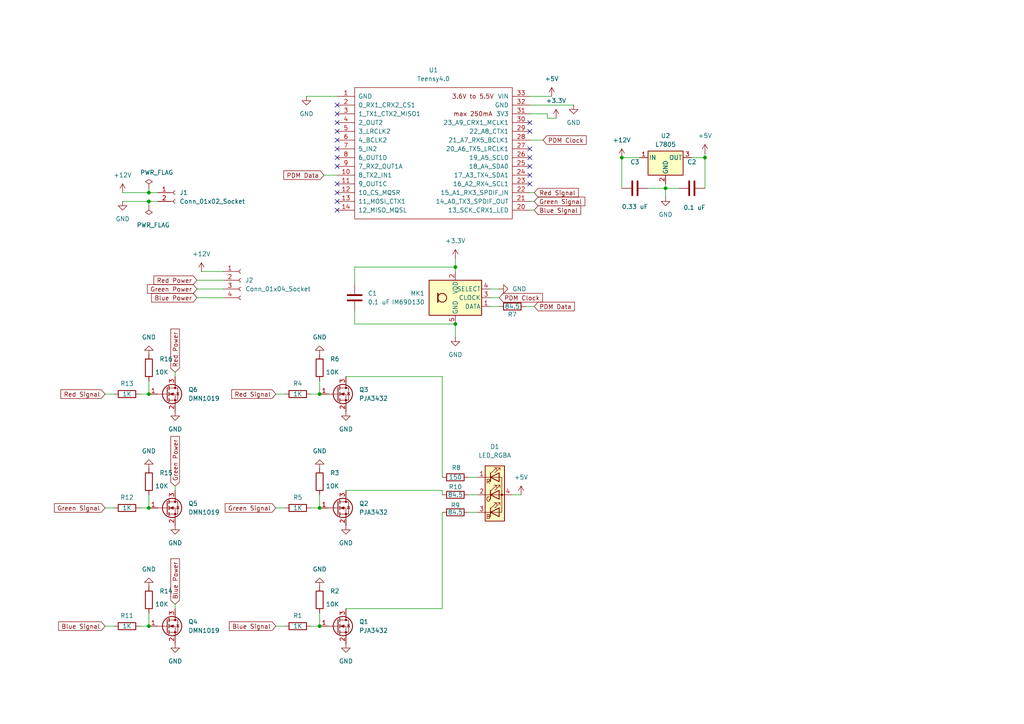
<source format=kicad_sch>
(kicad_sch (version 20250114) (generator "eeschema") (generator_version "9.0")
  (paper "A4")
  (lib_symbols
    (symbol "Connector:Conn_01x02_Socket" (pin_names (offset 1.016) (hide yes))
      (property "Reference" "J" (at 0 2.54 0))
      (property "Value" "Conn_01x02_Socket" (at 0 -5.08 0))
      (symbol "Conn_01x02_Socket_1_1"
        (polyline (pts (xy -1.27 0) (xy -0.508 0)) (stroke (width 0.1524)))
        (polyline (pts (xy -1.27 -2.54) (xy -0.508 -2.54)) (stroke (width 0.1524)))
        (arc (start 0 -0.508) (mid -0.5058 0) (end 0 0.508) (stroke (width 0.1524)))
        (arc (start 0 -3.048) (mid -0.5058 -2.54) (end 0 -2.032) (stroke (width 0.1524)))
        (pin passive line (at -5.08 0 0) (length 3.81) (name "Pin_1") (number "1"))
        (pin passive line (at -5.08 -2.54 0) (length 3.81) (name "Pin_2") (number "2"))
      )
    )
    (symbol "Connector:Conn_01x04_Socket" (pin_names (offset 1.016) (hide yes))
      (property "Reference" "J" (at 0 5.08 0))
      (property "Value" "Conn_01x04_Socket" (at 0 -7.62 0))
      (symbol "Conn_01x04_Socket_1_1"
        (polyline (pts (xy -1.27 2.54) (xy -0.508 2.54)) (stroke (width 0.1524)))
        (polyline (pts (xy -1.27 0) (xy -0.508 0)) (stroke (width 0.1524)))
        (polyline (pts (xy -1.27 -2.54) (xy -0.508 -2.54)) (stroke (width 0.1524)))
        (polyline (pts (xy -1.27 -5.08) (xy -0.508 -5.08)) (stroke (width 0.1524)))
        (arc (start 0 2.032) (mid -0.5058 2.54) (end 0 3.048) (stroke (width 0.1524)))
        (arc (start 0 -0.508) (mid -0.5058 0) (end 0 0.508) (stroke (width 0.1524)))
        (arc (start 0 -3.048) (mid -0.5058 -2.54) (end 0 -2.032) (stroke (width 0.1524)))
        (arc (start 0 -5.588) (mid -0.5058 -5.08) (end 0 -4.572) (stroke (width 0.1524)))
        (pin passive line (at -5.08 2.54 0) (length 3.81) (name "Pin_1") (number "1"))
        (pin passive line (at -5.08 0 0) (length 3.81) (name "Pin_2") (number "2"))
        (pin passive line (at -5.08 -2.54 0) (length 3.81) (name "Pin_3") (number "3"))
        (pin passive line (at -5.08 -5.08 0) (length 3.81) (name "Pin_4") (number "4"))
      )
    )
    (symbol "Custom:Teensy4.0" (pin_names (offset 1.016))
      (property "Reference" "U" (at 0 24.13 0))
      (property "Value" "Teensy4.0" (at 0 21.59 0))
      (symbol "Teensy4.0_0_0"
        (text "3.6V to 5.5V" (at 11.43 17.78 0) (effects (font (size 1.27 1.27))))
        (text "max 250mA" (at 11.43 12.7 0) (effects (font (size 1.27 1.27))))
        (pin bidirectional line (at -27.94 7.62 0) (length 5.08) (name "3_LRCLK2") (number "5"))
        (pin bidirectional line (at -27.94 5.08 0) (length 5.08) (name "4_BCLK2") (number "6"))
        (pin bidirectional line (at -27.94 2.54 0) (length 5.08) (name "5_IN2") (number "7"))
        (pin bidirectional line (at -27.94 0 0) (length 5.08) (name "6_OUT1D") (number "8"))
        (pin bidirectional line (at -27.94 -2.54 0) (length 5.08) (name "7_RX2_OUT1A") (number "9"))
        (pin bidirectional line (at -27.94 -5.08 0) (length 5.08) (name "8_TX2_IN1") (number "10"))
        (pin bidirectional line (at -27.94 -7.62 0) (length 5.08) (name "9_OUT1C") (number "11"))
        (pin bidirectional line (at -27.94 -10.16 0) (length 5.08) (name "10_CS_MQSR") (number "12"))
        (pin bidirectional line (at -27.94 -12.7 0) (length 5.08) (name "11_MOSI_CTX1") (number "13"))
        (pin bidirectional line (at -27.94 -15.24 0) (length 5.08) (name "12_MISO_MQSL") (number "14"))
        (pin power_in line (at 27.94 17.78 180) (length 5.08) (name "VIN") (number "33"))
        (pin power_in line (at 27.94 15.24 180) (length 5.08) (name "GND") (number "32"))
        (pin power_out line (at 27.94 12.7 180) (length 5.08) (name "3V3") (number "31"))
        (pin bidirectional line (at 27.94 10.16 180) (length 5.08) (name "23_A9_CRX1_MCLK1") (number "30"))
        (pin bidirectional line (at 27.94 7.62 180) (length 5.08) (name "22_A8_CTX1") (number "29"))
        (pin bidirectional line (at 27.94 5.08 180) (length 5.08) (name "21_A7_RX5_BCLK1") (number "28"))
        (pin bidirectional line (at 27.94 2.54 180) (length 5.08) (name "20_A6_TX5_LRCLK1") (number "27"))
        (pin bidirectional line (at 27.94 0 180) (length 5.08) (name "19_A5_SCL0") (number "26"))
        (pin bidirectional line (at 27.94 -2.54 180) (length 5.08) (name "18_A4_SDA0") (number "25"))
        (pin bidirectional line (at 27.94 -5.08 180) (length 5.08) (name "17_A3_TX4_SDA1") (number "24"))
        (pin bidirectional line (at 27.94 -7.62 180) (length 5.08) (name "16_A2_RX4_SCL1") (number "23"))
        (pin bidirectional line (at 27.94 -10.16 180) (length 5.08) (name "15_A1_RX3_SPDIF_IN") (number "22"))
        (pin bidirectional line (at 27.94 -12.7 180) (length 5.08) (name "14_A0_TX3_SPDIF_OUT") (number "21"))
        (pin bidirectional line (at 27.94 -15.24 180) (length 5.08) (name "13_SCK_CRX1_LED") (number "20"))
      )
      (symbol "Teensy4.0_0_1"
        (rectangle (start -22.86 20.32) (end 22.86 -17.78))
      )
      (symbol "Teensy4.0_1_1"
        (pin power_in line (at -27.94 17.78 0) (length 5.08) (name "GND") (number "1"))
        (pin bidirectional line (at -27.94 15.24 0) (length 5.08) (name "0_RX1_CRX2_CS1") (number "2"))
        (pin bidirectional line (at -27.94 12.7 0) (length 5.08) (name "1_TX1_CTX2_MISO1") (number "3"))
        (pin bidirectional line (at -27.94 10.16 0) (length 5.08) (name "2_OUT2") (number "4"))
      )
    )
    (symbol "Device:C" (pin_numbers (hide yes)) (pin_names (offset 0.254))
      (property "Reference" "C" (at 0.635 2.54 0))
      (property "Value" "C" (at 0.635 -2.54 0))
      (symbol "C_0_1"
        (polyline (pts (xy -2.032 0.762) (xy 2.032 0.762)) (stroke (width 0.508)))
        (polyline (pts (xy -2.032 -0.762) (xy 2.032 -0.762)) (stroke (width 0.508)))
      )
      (symbol "C_1_1"
        (pin passive line (at 0 3.81 270) (length 2.794) (name "~") (number "1"))
        (pin passive line (at 0 -3.81 90) (length 2.794) (name "~") (number "2"))
      )
    )
    (symbol "Device:LED_RGBA" (pin_names (offset 0) (hide yes))
      (property "Reference" "D" (at 0 9.398 0))
      (property "Value" "LED_RGBA" (at 0 -8.89 0))
      (symbol "LED_RGBA_0_0"
        (text "R" (at -1.905 3.81 0) (effects (font (size 1.27 1.27))))
        (text "G" (at -1.905 -1.27 0) (effects (font (size 1.27 1.27))))
        (text "B" (at -1.905 -6.35 0) (effects (font (size 1.27 1.27))))
      )
      (symbol "LED_RGBA_0_1"
        (polyline (pts (xy -1.27 6.35) (xy -1.27 3.81)) (stroke (width 0.254)))
        (polyline (pts (xy -1.27 6.35) (xy -1.27 3.81) (xy -1.27 3.81)))
        (polyline (pts (xy -1.27 5.08) (xy -2.54 5.08)))
        (polyline (pts (xy -1.27 5.08) (xy 1.27 5.08)))
        (polyline (pts (xy -1.27 1.27) (xy -1.27 -1.27)) (stroke (width 0.254)))
        (polyline (pts (xy -1.27 1.27) (xy -1.27 -1.27) (xy -1.27 -1.27)))
        (polyline (pts (xy -1.27 0) (xy -2.54 0)))
        (polyline (pts (xy -1.27 -3.81) (xy -1.27 -6.35)) (stroke (width 0.254)))
        (polyline (pts (xy -1.27 -5.08) (xy -2.54 -5.08)))
        (polyline (pts (xy -1.27 -5.08) (xy 1.27 -5.08)))
        (polyline (pts (xy -1.016 6.35) (xy 0.508 7.874) (xy -0.254 7.874) (xy 0.508 7.874) (xy 0.508 7.112)))
        (polyline (pts (xy -1.016 1.27) (xy 0.508 2.794) (xy -0.254 2.794) (xy 0.508 2.794) (xy 0.508 2.032)))
        (polyline (pts (xy -1.016 -3.81) (xy 0.508 -2.286) (xy -0.254 -2.286) (xy 0.508 -2.286) (xy 0.508 -3.048)))
        (polyline (pts (xy 0 6.35) (xy 1.524 7.874) (xy 0.762 7.874) (xy 1.524 7.874) (xy 1.524 7.112)))
        (polyline (pts (xy 0 1.27) (xy 1.524 2.794) (xy 0.762 2.794) (xy 1.524 2.794) (xy 1.524 2.032)))
        (polyline (pts (xy 0 -3.81) (xy 1.524 -2.286) (xy 0.762 -2.286) (xy 1.524 -2.286) (xy 1.524 -3.048)))
        (polyline (pts (xy 1.27 6.35) (xy 1.27 3.81) (xy -1.27 5.08) (xy 1.27 6.35)) (stroke (width 0.254)))
        (rectangle (start 1.27 6.35) (end 1.27 6.35))
        (rectangle (start 1.27 3.81) (end 1.27 6.35))
        (polyline (pts (xy 1.27 1.27) (xy 1.27 -1.27) (xy -1.27 0) (xy 1.27 1.27)) (stroke (width 0.254)))
        (rectangle (start 1.27 1.27) (end 1.27 1.27))
        (polyline (pts (xy 1.27 0) (xy -1.27 0)))
        (polyline (pts (xy 1.27 0) (xy 2.54 0)))
        (rectangle (start 1.27 -1.27) (end 1.27 1.27))
        (polyline (pts (xy 1.27 -3.81) (xy 1.27 -6.35) (xy -1.27 -5.08) (xy 1.27 -3.81)) (stroke (width 0.254)))
        (polyline (pts (xy 1.27 -5.08) (xy 2.032 -5.08) (xy 2.032 5.08) (xy 1.27 5.08)))
        (circle (center 2.032 0) (radius 0.254) (fill (type outline)))
        (rectangle (start 2.794 8.382) (end -2.794 -7.62) (stroke (width 0.254)) (fill (type background)))
      )
      (symbol "LED_RGBA_1_1"
        (pin passive line (at -5.08 5.08 0) (length 2.54) (name "RK") (number "1"))
        (pin passive line (at -5.08 0 0) (length 2.54) (name "GK") (number "2"))
        (pin passive line (at -5.08 -5.08 0) (length 2.54) (name "BK") (number "3"))
        (pin passive line (at 5.08 0 180) (length 2.54) (name "A") (number "4"))
      )
    )
    (symbol "Device:R" (pin_numbers (hide yes)) (pin_names (offset 0))
      (property "Reference" "R" (at 2.032 0 90))
      (property "Value" "R" (at 0 0 90))
      (symbol "R_0_1"
        (rectangle (start -1.016 -2.54) (end 1.016 2.54) (stroke (width 0.254)))
      )
      (symbol "R_1_1"
        (pin passive line (at 0 3.81 270) (length 1.27) (name "~") (number "1"))
        (pin passive line (at 0 -3.81 90) (length 1.27) (name "~") (number "2"))
      )
    )
    (symbol "Regulator_Linear:L7805" (pin_names (offset 0.254))
      (property "Reference" "U" (at -3.81 3.175 0))
      (property "Value" "L7805" (at 0 3.175 0))
      (symbol "L7805_0_1"
        (rectangle (start -5.08 1.905) (end 5.08 -5.08) (stroke (width 0.254)) (fill (type background)))
      )
      (symbol "L7805_1_1"
        (pin power_in line (at -7.62 0 0) (length 2.54) (name "IN") (number "1"))
        (pin power_in line (at 0 -7.62 90) (length 2.54) (name "GND") (number "2"))
        (pin power_out line (at 7.62 0 180) (length 2.54) (name "OUT") (number "3"))
      )
    )
    (symbol "Sensor_Audio:IM69D130" (pin_names (offset 0.254))
      (property "Reference" "MK" (at -7.62 6.35 0))
      (property "Value" "IM69D130" (at 1.27 6.35 0))
      (symbol "IM69D130_0_1"
        (rectangle (start -7.62 5.08) (end 7.62 -5.08) (stroke (width 0.254)) (fill (type background)))
        (polyline (pts (xy -5.08 1.27) (xy -5.08 -1.27)) (stroke (width 0.381)))
        (circle (center -3.81 0) (radius 1.27) (stroke (width 0.254)))
      )
      (symbol "IM69D130_1_1"
        (pin power_in line (at 0 7.62 270) (length 2.54) (name "VDD") (number "2"))
        (pin power_in line (at 0 -7.62 90) (length 2.54) (name "GND") (number "5"))
        (pin input line (at 10.16 2.54 180) (length 2.54) (name "SELECT") (number "4"))
        (pin input line (at 10.16 0 180) (length 2.54) (name "CLOCK") (number "3"))
        (pin output line (at 10.16 -2.54 180) (length 2.54) (name "DATA") (number "1"))
      )
    )
    (symbol "Transistor_FET:Q_NMOS_GSD" (pin_names (offset 0) (hide yes))
      (property "Reference" "Q" (at 5.08 1.905 0))
      (property "Value" "Q_NMOS_GSD" (at 5.08 0 0))
      (symbol "Q_NMOS_GSD_0_1"
        (polyline (pts (xy 0.254 1.905) (xy 0.254 -1.905)) (stroke (width 0.254)))
        (polyline (pts (xy 0.254 0) (xy -2.54 0)))
        (polyline (pts (xy 0.762 2.286) (xy 0.762 1.27)) (stroke (width 0.254)))
        (polyline (pts (xy 0.762 0.508) (xy 0.762 -0.508)) (stroke (width 0.254)))
        (polyline (pts (xy 0.762 -1.27) (xy 0.762 -2.286)) (stroke (width 0.254)))
        (polyline (pts (xy 0.762 -1.778) (xy 3.302 -1.778) (xy 3.302 1.778) (xy 0.762 1.778)))
        (polyline (pts (xy 1.016 0) (xy 2.032 0.381) (xy 2.032 -0.381) (xy 1.016 0)) (fill (type outline)))
        (circle (center 1.651 0) (radius 2.794) (stroke (width 0.254)))
        (polyline (pts (xy 2.54 2.54) (xy 2.54 1.778)))
        (circle (center 2.54 1.778) (radius 0.254) (fill (type outline)))
        (circle (center 2.54 -1.778) (radius 0.254) (fill (type outline)))
        (polyline (pts (xy 2.54 -2.54) (xy 2.54 0) (xy 0.762 0)))
        (polyline (pts (xy 2.921 0.381) (xy 3.683 0.381)))
        (polyline (pts (xy 3.302 0.381) (xy 2.921 -0.254) (xy 3.683 -0.254) (xy 3.302 0.381)))
      )
      (symbol "Q_NMOS_GSD_1_1"
        (pin input line (at -5.08 0 0) (length 2.54) (name "G") (number "1"))
        (pin passive line (at 2.54 5.08 270) (length 2.54) (name "D") (number "3"))
        (pin passive line (at 2.54 -5.08 90) (length 2.54) (name "S") (number "2"))
      )
    )
    (symbol "power:+12V" (power) (pin_numbers (hide yes)) (pin_names (offset 0) (hide yes))
      (property "Value" "+12V" (at 0 3.556 0))
      (symbol "+12V_0_1"
        (polyline (pts (xy -0.762 1.27) (xy 0 2.54)))
        (polyline (pts (xy 0 2.54) (xy 0.762 1.27)))
        (polyline (pts (xy 0 0) (xy 0 2.54)))
      )
      (symbol "+12V_1_1"
        (pin power_in line (at 0 0 90) (length 0) (name "~") (number "1"))
      )
    )
    (symbol "power:+3.3V" (power) (pin_numbers (hide yes)) (pin_names (offset 0) (hide yes))
      (property "Value" "+3.3V" (at 0 3.556 0))
      (symbol "+3.3V_0_1"
        (polyline (pts (xy -0.762 1.27) (xy 0 2.54)))
        (polyline (pts (xy 0 2.54) (xy 0.762 1.27)))
        (polyline (pts (xy 0 0) (xy 0 2.54)))
      )
      (symbol "+3.3V_1_1"
        (pin power_in line (at 0 0 90) (length 0) (name "~") (number "1"))
      )
    )
    (symbol "power:+5V" (power) (pin_numbers (hide yes)) (pin_names (offset 0) (hide yes))
      (property "Value" "+5V" (at 0 3.556 0))
      (symbol "+5V_0_1"
        (polyline (pts (xy -0.762 1.27) (xy 0 2.54)))
        (polyline (pts (xy 0 2.54) (xy 0.762 1.27)))
        (polyline (pts (xy 0 0) (xy 0 2.54)))
      )
      (symbol "+5V_1_1"
        (pin power_in line (at 0 0 90) (length 0) (name "~") (number "1"))
      )
    )
    (symbol "power:GND" (power) (pin_numbers (hide yes)) (pin_names (offset 0) (hide yes))
      (property "Value" "GND" (at 0 -3.81 0))
      (symbol "GND_0_1"
        (polyline (pts (xy 0 0) (xy 0 -1.27) (xy 1.27 -1.27) (xy 0 -2.54) (xy -1.27 -1.27) (xy 0 -1.27)))
      )
      (symbol "GND_1_1"
        (pin power_in line (at 0 0 270) (length 0) (name "~") (number "1"))
      )
    )
    (symbol "power:PWR_FLAG" (power) (pin_numbers (hide yes)) (pin_names (offset 0) (hide yes))
      (property "Value" "PWR_FLAG" (at 0 3.81 0))
      (symbol "PWR_FLAG_0_0"
        (pin power_out line (at 0 0 90) (length 0) (name "~") (number "1"))
      )
      (symbol "PWR_FLAG_0_1"
        (polyline (pts (xy 0 0) (xy 0 1.27) (xy -1.016 1.905) (xy 0 2.54) (xy 1.016 1.905) (xy 0 1.27)))
      )
    )
  )
  (junction (at 43.18 58.42))
  (junction (at 43.18 147.32))
  (junction (at 92.71 181.61))
  (junction (at 43.18 114.3))
  (junction (at 43.18 55.88))
  (junction (at 204.47 45.72))
  (junction (at 193.04 54.61))
  (junction (at 132.08 77.47))
  (junction (at 92.71 147.32))
  (junction (at 43.18 181.61))
  (junction (at 132.08 93.98))
  (junction (at 92.71 114.3))
  (junction (at 180.34 45.72))
  (no_connect (at 97.79 45.72))
  (no_connect (at 97.79 38.1))
  (no_connect (at 97.79 53.34))
  (no_connect (at 153.67 43.18))
  (no_connect (at 153.67 50.8))
  (no_connect (at 153.67 38.1))
  (no_connect (at 97.79 58.42))
  (no_connect (at 97.79 33.02))
  (no_connect (at 97.79 55.88))
  (no_connect (at 153.67 48.26))
  (no_connect (at 153.67 45.72))
  (no_connect (at 97.79 43.18))
  (no_connect (at 97.79 35.56))
  (no_connect (at 97.79 40.64))
  (no_connect (at 97.79 30.48))
  (no_connect (at 97.79 48.26))
  (no_connect (at 153.67 35.56))
  (no_connect (at 153.67 53.34))
  (no_connect (at 97.79 60.96))
  (wire (pts (xy 204.47 45.72) (xy 204.47 54.61)))
  (wire (pts (xy 90.17 147.32) (xy 92.71 147.32)))
  (wire (pts (xy 148.59 143.51) (xy 151.13 143.51)))
  (wire (pts (xy 30.48 114.3) (xy 33.02 114.3)))
  (wire (pts (xy 153.67 58.42) (xy 154.94 58.42)))
  (wire (pts (xy 128.27 109.22) (xy 128.27 138.43)))
  (wire (pts (xy 57.15 81.28) (xy 64.77 81.28)))
  (wire (pts (xy 35.56 58.42) (xy 43.18 58.42)))
  (wire (pts (xy 57.15 86.36) (xy 64.77 86.36)))
  (wire (pts (xy 43.18 55.88) (xy 45.72 55.88)))
  (wire (pts (xy 92.71 110.49) (xy 92.71 114.3)))
  (wire (pts (xy 58.42 78.74) (xy 64.77 78.74)))
  (wire (pts (xy 152.4 88.9) (xy 154.94 88.9)))
  (wire (pts (xy 100.33 176.53) (xy 128.27 176.53)))
  (wire (pts (xy 135.89 148.59) (xy 138.43 148.59)))
  (wire (pts (xy 80.01 147.32) (xy 82.55 147.32)))
  (wire (pts (xy 30.48 147.32) (xy 33.02 147.32)))
  (wire (pts (xy 102.87 93.98) (xy 132.08 93.98)))
  (wire (pts (xy 80.01 181.61) (xy 82.55 181.61)))
  (wire (pts (xy 158.75 34.29) (xy 161.29 34.29)))
  (wire (pts (xy 90.17 114.3) (xy 92.71 114.3)))
  (wire (pts (xy 204.47 44.45) (xy 204.47 45.72)))
  (wire (pts (xy 200.66 45.72) (xy 204.47 45.72)))
  (wire (pts (xy 142.24 83.82) (xy 144.78 83.82)))
  (wire (pts (xy 93.98 50.8) (xy 97.79 50.8)))
  (wire (pts (xy 158.75 33.02) (xy 153.67 33.02)))
  (wire (pts (xy 102.87 90.17) (xy 102.87 93.98)))
  (wire (pts (xy 43.18 177.8) (xy 43.18 181.61)))
  (wire (pts (xy 132.08 77.47) (xy 132.08 78.74)))
  (wire (pts (xy 135.89 143.51) (xy 138.43 143.51)))
  (wire (pts (xy 132.08 93.98) (xy 132.08 97.79)))
  (wire (pts (xy 50.8 175.26) (xy 50.8 176.53)))
  (wire (pts (xy 50.8 140.97) (xy 50.8 142.24)))
  (wire (pts (xy 142.24 88.9) (xy 144.78 88.9)))
  (wire (pts (xy 102.87 77.47) (xy 132.08 77.47)))
  (wire (pts (xy 128.27 176.53) (xy 128.27 148.59)))
  (wire (pts (xy 153.67 55.88) (xy 154.94 55.88)))
  (wire (pts (xy 153.67 60.96) (xy 154.94 60.96)))
  (wire (pts (xy 43.18 110.49) (xy 43.18 114.3)))
  (wire (pts (xy 153.67 40.64) (xy 157.48 40.64)))
  (wire (pts (xy 193.04 54.61) (xy 196.85 54.61)))
  (wire (pts (xy 35.56 55.88) (xy 43.18 55.88)))
  (wire (pts (xy 153.67 27.94) (xy 160.02 27.94)))
  (wire (pts (xy 102.87 77.47) (xy 102.87 82.55)))
  (wire (pts (xy 40.64 114.3) (xy 43.18 114.3)))
  (wire (pts (xy 43.18 143.51) (xy 43.18 147.32)))
  (wire (pts (xy 43.18 58.42) (xy 45.72 58.42)))
  (wire (pts (xy 193.04 54.61) (xy 193.04 57.15)))
  (wire (pts (xy 153.67 30.48) (xy 166.37 30.48)))
  (wire (pts (xy 43.18 58.42) (xy 43.18 59.69)))
  (wire (pts (xy 92.71 143.51) (xy 92.71 147.32)))
  (wire (pts (xy 30.48 181.61) (xy 33.02 181.61)))
  (wire (pts (xy 80.01 114.3) (xy 82.55 114.3)))
  (wire (pts (xy 132.08 74.93) (xy 132.08 77.47)))
  (wire (pts (xy 88.9 27.94) (xy 97.79 27.94)))
  (wire (pts (xy 128.27 142.24) (xy 128.27 143.51)))
  (wire (pts (xy 158.75 34.29) (xy 158.75 33.02)))
  (wire (pts (xy 187.96 54.61) (xy 193.04 54.61)))
  (wire (pts (xy 40.64 147.32) (xy 43.18 147.32)))
  (wire (pts (xy 43.18 54.61) (xy 43.18 55.88)))
  (wire (pts (xy 92.71 177.8) (xy 92.71 181.61)))
  (wire (pts (xy 100.33 109.22) (xy 128.27 109.22)))
  (wire (pts (xy 180.34 45.72) (xy 185.42 45.72)))
  (wire (pts (xy 57.15 83.82) (xy 64.77 83.82)))
  (wire (pts (xy 142.24 86.36) (xy 144.78 86.36)))
  (wire (pts (xy 180.34 54.61) (xy 180.34 45.72)))
  (wire (pts (xy 40.64 181.61) (xy 43.18 181.61)))
  (wire (pts (xy 90.17 181.61) (xy 92.71 181.61)))
  (wire (pts (xy 193.04 53.34) (xy 193.04 54.61)))
  (wire (pts (xy 50.8 107.95) (xy 50.8 109.22)))
  (wire (pts (xy 100.33 142.24) (xy 128.27 142.24)))
  (wire (pts (xy 135.89 138.43) (xy 138.43 138.43)))
  (global_label "PDM Clock" (shape input) (at 144.78 86.36 0) (property "Intersheetrefs" "${INTERSHEET_REFS}" (effects (hide yes))))
  (global_label "PDM Clock" (shape input) (at 157.48 40.64 0) (property "Intersheetrefs" "${INTERSHEET_REFS}" (effects (hide yes))))
  (global_label "Red Signal" (shape input) (at 30.48 114.3 180) (property "Intersheetrefs" "${INTERSHEET_REFS}" (effects (hide yes))))
  (global_label "Red Power" (shape input) (at 50.8 107.95 90) (property "Intersheetrefs" "${INTERSHEET_REFS}" (effects (hide yes))))
  (global_label "Blue Signal" (shape input) (at 154.94 60.96 0) (property "Intersheetrefs" "${INTERSHEET_REFS}" (effects (hide yes))))
  (global_label "Green Signal" (shape input) (at 80.01 147.32 180) (property "Intersheetrefs" "${INTERSHEET_REFS}" (effects (hide yes))))
  (global_label "Red Power" (shape input) (at 57.15 81.28 180) (property "Intersheetrefs" "${INTERSHEET_REFS}" (effects (hide yes))))
  (global_label "PDM Data" (shape input) (at 93.98 50.8 180) (property "Intersheetrefs" "${INTERSHEET_REFS}" (effects (hide yes))))
  (global_label "Green Signal" (shape input) (at 154.94 58.42 0) (property "Intersheetrefs" "${INTERSHEET_REFS}" (effects (hide yes))))
  (global_label "Blue Power" (shape input) (at 57.15 86.36 180) (property "Intersheetrefs" "${INTERSHEET_REFS}" (effects (hide yes))))
  (global_label "Red Signal" (shape input) (at 154.94 55.88 0) (property "Intersheetrefs" "${INTERSHEET_REFS}" (effects (hide yes))))
  (global_label "PDM Data" (shape input) (at 154.94 88.9 0) (property "Intersheetrefs" "${INTERSHEET_REFS}" (effects (hide yes))))
  (global_label "Blue Signal" (shape input) (at 80.01 181.61 180) (property "Intersheetrefs" "${INTERSHEET_REFS}" (effects (hide yes))))
  (global_label "Blue Signal" (shape input) (at 30.48 181.61 180) (property "Intersheetrefs" "${INTERSHEET_REFS}" (effects (hide yes))))
  (global_label "Green Power" (shape input) (at 50.8 140.97 90) (property "Intersheetrefs" "${INTERSHEET_REFS}" (effects (hide yes))))
  (global_label "Red Signal" (shape input) (at 80.01 114.3 180) (property "Intersheetrefs" "${INTERSHEET_REFS}" (effects (hide yes))))
  (global_label "Blue Power" (shape input) (at 50.8 175.26 90) (property "Intersheetrefs" "${INTERSHEET_REFS}" (effects (hide yes))))
  (global_label "Green Power" (shape input) (at 57.15 83.82 180) (property "Intersheetrefs" "${INTERSHEET_REFS}" (effects (hide yes))))
  (global_label "Green Signal" (shape input) (at 30.48 147.32 180) (property "Intersheetrefs" "${INTERSHEET_REFS}" (effects (hide yes))))
  (symbol (lib_id "Device:R") (at 132.08 138.43 90) (unit 1)
    (property "Reference" "R8" (at 132.334 135.636 90))
    (property "Value" "150" (at 132.08 138.43 90))
    (property "Footprint" "Resistor_SMD:R_0603_1608Metric" (effects (hide yes)))
  )
  (symbol (lib_id "power:GND") (at 144.78 83.82 90) (unit 1)
    (property "Reference" "#PWR026" (effects (hide yes)))
    (property "Value" "GND" (at 148.59 83.8199 90) (effects (justify right)))
    (property "Description" "Power symbol creates a global label with name \"GND\" , ground" (effects (hide yes)))
  )
  (symbol (lib_id "Connector:Conn_01x04_Socket") (at 69.85 81.28 0) (unit 1)
    (property "Reference" "J2" (at 71.12 81.2799 0) (effects (justify left)))
    (property "Value" "Conn_01x04_Socket" (at 71.12 83.8199 0) (effects (justify left)))
    (property "Footprint" "TerminalBlock_Phoenix:TerminalBlock_Phoenix_MKDS-1,5-4_1x04_P5.00mm_Horizontal" (effects (hide yes)))
  )
  (symbol (lib_id "Device:R") (at 92.71 173.99 0) (unit 1)
    (property "Reference" "R2" (at 95.758 171.45 0) (effects (justify left)))
    (property "Value" "10K" (at 94.488 175.26 0) (effects (justify left)))
    (property "Footprint" "Resistor_SMD:R_0603_1608Metric" (effects (hide yes)))
  )
  (symbol (lib_id "power:GND") (at 100.33 186.69 0) (unit 1)
    (property "Reference" "#PWR025" (effects (hide yes)))
    (property "Value" "GND" (at 100.33 191.77 0))
    (property "Description" "Power symbol creates a global label with name \"GND\" , ground" (effects (hide yes)))
  )
  (symbol (lib_id "Device:R") (at 43.18 139.7 0) (unit 1)
    (property "Reference" "R15" (at 46.228 137.16 0) (effects (justify left)))
    (property "Value" "10K" (at 44.958 140.97 0) (effects (justify left)))
    (property "Footprint" "Resistor_SMD:R_0603_1608Metric" (effects (hide yes)))
  )
  (symbol (lib_id "power:GND") (at 43.18 102.87 180) (unit 1)
    (property "Reference" "#PWR014" (effects (hide yes)))
    (property "Value" "GND" (at 43.18 97.79 0))
    (property "Description" "Power symbol creates a global label with name \"GND\" , ground" (effects (hide yes)))
  )
  (symbol (lib_id "power:GND") (at 35.56 58.42 0) (unit 1)
    (property "Reference" "#PWR02" (effects (hide yes)))
    (property "Value" "GND" (at 35.56 63.5 0))
    (property "Description" "Power symbol creates a global label with name \"GND\" , ground" (effects (hide yes)))
  )
  (symbol (lib_id "power:+5V") (at 160.02 27.94 0) (unit 1)
    (property "Reference" "#PWR09" (effects (hide yes)))
    (property "Value" "+5V" (at 160.02 22.86 0))
    (property "Description" "Power symbol creates a global label with name \"+5V\"" (effects (hide yes)))
  )
  (symbol (lib_id "power:+3.3V") (at 161.29 34.29 0) (unit 1)
    (property "Reference" "#PWR010" (effects (hide yes)))
    (property "Value" "+3.3V" (at 161.29 29.21 0))
    (property "Description" "Power symbol creates a global label with name \"+3.3V\"" (effects (hide yes)))
  )
  (symbol (lib_id "Connector:Conn_01x02_Socket") (at 50.8 55.88 0) (unit 1)
    (property "Reference" "J1" (at 52.07 55.8799 0) (effects (justify left)))
    (property "Value" "Conn_01x02_Socket" (at 52.07 58.4199 0) (effects (justify left)))
    (property "Footprint" "Custom:2.1x5.5_Barrel_Jack" (effects (hide yes)))
  )
  (symbol (lib_id "power:GND") (at 50.8 152.4 0) (unit 1)
    (property "Reference" "#PWR017" (effects (hide yes)))
    (property "Value" "GND" (at 50.8 157.48 0))
    (property "Description" "Power symbol creates a global label with name \"GND\" , ground" (effects (hide yes)))
  )
  (symbol (lib_id "Device:R") (at 86.36 147.32 90) (unit 1)
    (property "Reference" "R5" (at 86.36 144.272 90))
    (property "Value" "1K" (at 86.36 147.32 90))
    (property "Footprint" "Resistor_SMD:R_0603_1608Metric" (effects (hide yes)))
  )
  (symbol (lib_id "Device:R") (at 92.71 106.68 0) (unit 1)
    (property "Reference" "R6" (at 95.758 104.14 0) (effects (justify left)))
    (property "Value" "10K" (at 94.488 107.95 0) (effects (justify left)))
    (property "Footprint" "Resistor_SMD:R_0603_1608Metric" (effects (hide yes)))
  )
  (symbol (lib_id "power:+12V") (at 58.42 78.74 0) (unit 1)
    (property "Reference" "#PWR03" (effects (hide yes)))
    (property "Value" "+12V" (at 58.42 73.66 0))
    (property "Description" "Power symbol creates a global label with name \"+12V\"" (effects (hide yes)))
  )
  (symbol (lib_id "Device:R") (at 92.71 139.7 0) (unit 1)
    (property "Reference" "R3" (at 95.758 137.16 0) (effects (justify left)))
    (property "Value" "10K" (at 94.488 140.97 0) (effects (justify left)))
    (property "Footprint" "Resistor_SMD:R_0603_1608Metric" (effects (hide yes)))
  )
  (symbol (lib_id "power:GND") (at 43.18 170.18 180) (unit 1)
    (property "Reference" "#PWR018" (effects (hide yes)))
    (property "Value" "GND" (at 43.18 165.1 0))
    (property "Description" "Power symbol creates a global label with name \"GND\" , ground" (effects (hide yes)))
  )
  (symbol (lib_id "power:+3.3V") (at 132.08 74.93 0) (unit 1)
    (property "Reference" "#PWR011" (effects (hide yes)))
    (property "Value" "+3.3V" (at 132.08 69.85 0))
    (property "Description" "Power symbol creates a global label with name \"+3.3V\"" (effects (hide yes)))
  )
  (symbol (lib_id "Device:R") (at 132.08 148.59 90) (unit 1)
    (property "Reference" "R9" (at 132.08 146.558 90))
    (property "Value" "84.5" (at 132.08 148.59 90))
    (property "Footprint" "Resistor_SMD:R_0603_1608Metric" (effects (hide yes)))
  )
  (symbol (lib_id "Transistor_FET:Q_NMOS_GSD") (at 48.26 114.3 0) (unit 1)
    (property "Reference" "Q6" (at 54.61 113.0299 0) (effects (justify left)))
    (property "Value" "DMN1019" (at 54.61 115.5699 0) (effects (justify left)))
    (property "Footprint" "Package_TO_SOT_SMD:SC-59" (effects (hide yes)))
  )
  (symbol (lib_id "Device:R") (at 36.83 114.3 90) (unit 1)
    (property "Reference" "R13" (at 36.83 111.252 90))
    (property "Value" "1K" (at 36.83 114.3 90))
    (property "Footprint" "Resistor_SMD:R_0603_1608Metric" (effects (hide yes)))
  )
  (symbol (lib_id "power:GND") (at 92.71 135.89 180) (unit 1)
    (property "Reference" "#PWR021" (effects (hide yes)))
    (property "Value" "GND" (at 92.71 130.81 0))
    (property "Description" "Power symbol creates a global label with name \"GND\" , ground" (effects (hide yes)))
  )
  (symbol (lib_id "Device:R") (at 86.36 114.3 90) (unit 1)
    (property "Reference" "R4" (at 86.36 111.252 90))
    (property "Value" "1K" (at 86.36 114.3 90))
    (property "Footprint" "Resistor_SMD:R_0603_1608Metric" (effects (hide yes)))
  )
  (symbol (lib_id "power:GND") (at 50.8 186.69 0) (unit 1)
    (property "Reference" "#PWR019" (effects (hide yes)))
    (property "Value" "GND" (at 50.8 191.77 0))
    (property "Description" "Power symbol creates a global label with name \"GND\" , ground" (effects (hide yes)))
  )
  (symbol (lib_id "power:+12V") (at 180.34 45.72 0) (unit 1)
    (property "Reference" "#PWR06" (effects (hide yes)))
    (property "Value" "+12V" (at 180.34 40.64 0))
    (property "Description" "Power symbol creates a global label with name \"+12V\"" (effects (hide yes)))
  )
  (symbol (lib_id "Transistor_FET:Q_NMOS_GSD") (at 97.79 181.61 0) (unit 1)
    (property "Reference" "Q1" (at 104.14 180.3399 0) (effects (justify left)))
    (property "Value" "PJA3432" (at 104.14 182.8799 0) (effects (justify left)))
    (property "Footprint" "Package_TO_SOT_SMD:SC-59" (effects (hide yes)))
  )
  (symbol (lib_id "Device:R") (at 43.18 106.68 0) (unit 1)
    (property "Reference" "R16" (at 46.228 104.14 0) (effects (justify left)))
    (property "Value" "10K" (at 44.958 107.95 0) (effects (justify left)))
    (property "Footprint" "Resistor_SMD:R_0603_1608Metric" (effects (hide yes)))
  )
  (symbol (lib_id "Device:LED_RGBA") (at 143.51 143.51 0) (unit 1)
    (property "Reference" "D1" (at 143.51 129.54 0))
    (property "Value" "LED_RGBA" (at 143.51 132.08 0))
    (property "Footprint" "Custom:150066M153000" (effects (hide yes)))
  )
  (symbol (lib_id "power:GND") (at 92.71 102.87 180) (unit 1)
    (property "Reference" "#PWR020" (effects (hide yes)))
    (property "Value" "GND" (at 92.71 97.79 0))
    (property "Description" "Power symbol creates a global label with name \"GND\" , ground" (effects (hide yes)))
  )
  (symbol (lib_id "Sensor_Audio:IM69D130") (at 132.08 86.36 0) (unit 1)
    (property "Reference" "MK1" (at 123.19 85.0899 0) (effects (justify right)))
    (property "Value" "IM69D130" (at 123.19 87.6299 0) (effects (justify right)))
    (property "Footprint" "Sensor_Audio:Infineon_PG-LLGA-5-1" (effects (hide yes)))
  )
  (symbol (lib_id "Device:C") (at 200.66 54.61 90) (unit 1)
    (property "Reference" "C2" (at 200.66 46.99 90))
    (property "Value" "0.1 uF" (at 201.422 60.198 90))
    (property "Footprint" "Capacitor_SMD:C_0603_1608Metric" (effects (hide yes)))
  )
  (symbol (lib_id "Transistor_FET:Q_NMOS_GSD") (at 97.79 114.3 0) (unit 1)
    (property "Reference" "Q3" (at 104.14 113.0299 0) (effects (justify left)))
    (property "Value" "PJA3432" (at 104.14 115.5699 0) (effects (justify left)))
    (property "Footprint" "Package_TO_SOT_SMD:SC-59" (effects (hide yes)))
  )
  (symbol (lib_id "power:GND") (at 50.8 119.38 0) (unit 1)
    (property "Reference" "#PWR015" (effects (hide yes)))
    (property "Value" "GND" (at 50.8 124.46 0))
    (property "Description" "Power symbol creates a global label with name \"GND\" , ground" (effects (hide yes)))
  )
  (symbol (lib_id "Transistor_FET:Q_NMOS_GSD") (at 48.26 181.61 0) (unit 1)
    (property "Reference" "Q4" (at 54.61 180.3399 0) (effects (justify left)))
    (property "Value" "DMN1019" (at 54.61 182.8799 0) (effects (justify left)))
    (property "Footprint" "Package_TO_SOT_SMD:SC-59" (effects (hide yes)))
  )
  (symbol (lib_id "Transistor_FET:Q_NMOS_GSD") (at 48.26 147.32 0) (unit 1)
    (property "Reference" "Q5" (at 54.61 146.0499 0) (effects (justify left)))
    (property "Value" "DMN1019" (at 54.61 148.5899 0) (effects (justify left)))
    (property "Footprint" "Package_TO_SOT_SMD:SC-59" (effects (hide yes)))
  )
  (symbol (lib_id "power:+5V") (at 151.13 143.51 0) (unit 1)
    (property "Reference" "#PWR013" (effects (hide yes)))
    (property "Value" "+5V" (at 151.13 138.43 0))
    (property "Description" "Power symbol creates a global label with name \"+5V\"" (effects (hide yes)))
  )
  (symbol (lib_id "power:GND") (at 43.18 135.89 180) (unit 1)
    (property "Reference" "#PWR016" (effects (hide yes)))
    (property "Value" "GND" (at 43.18 130.81 0))
    (property "Description" "Power symbol creates a global label with name \"GND\" , ground" (effects (hide yes)))
  )
  (symbol (lib_id "power:+5V") (at 204.47 44.45 0) (unit 1)
    (property "Reference" "#PWR08" (effects (hide yes)))
    (property "Value" "+5V" (at 204.47 39.37 0))
    (property "Description" "Power symbol creates a global label with name \"+5V\"" (effects (hide yes)))
  )
  (symbol (lib_id "Device:R") (at 36.83 147.32 90) (unit 1)
    (property "Reference" "R12" (at 36.83 144.272 90))
    (property "Value" "1K" (at 36.83 147.32 90))
    (property "Footprint" "Resistor_SMD:R_0603_1608Metric" (effects (hide yes)))
  )
  (symbol (lib_id "Device:C") (at 184.15 54.61 90) (unit 1)
    (property "Reference" "C3" (at 184.15 46.99 90))
    (property "Value" "0.33 uF" (at 184.15 59.944 90))
    (property "Footprint" "Capacitor_SMD:C_0603_1608Metric" (effects (hide yes)))
  )
  (symbol (lib_id "Device:R") (at 43.18 173.99 0) (unit 1)
    (property "Reference" "R14" (at 46.228 171.45 0) (effects (justify left)))
    (property "Value" "10K" (at 44.958 175.26 0) (effects (justify left)))
    (property "Footprint" "Resistor_SMD:R_0603_1608Metric" (effects (hide yes)))
  )
  (symbol (lib_id "power:PWR_FLAG") (at 43.18 54.61 0) (unit 1)
    (property "Reference" "#FLG01" (effects (hide yes)))
    (property "Value" "PWR_FLAG" (at 45.466 50.038 0))
    (property "Description" "Special symbol for telling ERC where power comes from" (effects (hide yes)))
  )
  (symbol (lib_id "power:GND") (at 92.71 170.18 180) (unit 1)
    (property "Reference" "#PWR022" (effects (hide yes)))
    (property "Value" "GND" (at 92.71 165.1 0))
    (property "Description" "Power symbol creates a global label with name \"GND\" , ground" (effects (hide yes)))
  )
  (symbol (lib_id "Device:R") (at 36.83 181.61 90) (unit 1)
    (property "Reference" "R11" (at 36.83 178.562 90))
    (property "Value" "1K" (at 36.83 181.61 90))
    (property "Footprint" "Resistor_SMD:R_0603_1608Metric" (effects (hide yes)))
  )
  (symbol (lib_id "power:GND") (at 166.37 30.48 0) (unit 1)
    (property "Reference" "#PWR05" (effects (hide yes)))
    (property "Value" "GND" (at 166.37 35.56 0))
    (property "Description" "Power symbol creates a global label with name \"GND\" , ground" (effects (hide yes)))
  )
  (symbol (lib_id "power:GND") (at 193.04 57.15 0) (unit 1)
    (property "Reference" "#PWR07" (effects (hide yes)))
    (property "Value" "GND" (at 193.04 62.23 0))
    (property "Description" "Power symbol creates a global label with name \"GND\" , ground" (effects (hide yes)))
  )
  (symbol (lib_id "Device:R") (at 86.36 181.61 90) (unit 1)
    (property "Reference" "R1" (at 86.36 178.562 90))
    (property "Value" "1K" (at 86.36 181.61 90))
    (property "Footprint" "Resistor_SMD:R_0603_1608Metric" (effects (hide yes)))
  )
  (symbol (lib_id "power:GND") (at 88.9 27.94 0) (unit 1)
    (property "Reference" "#PWR04" (effects (hide yes)))
    (property "Value" "GND" (at 88.9 33.02 0))
    (property "Description" "Power symbol creates a global label with name \"GND\" , ground" (effects (hide yes)))
  )
  (symbol (lib_id "Transistor_FET:Q_NMOS_GSD") (at 97.79 147.32 0) (unit 1)
    (property "Reference" "Q2" (at 104.14 146.0499 0) (effects (justify left)))
    (property "Value" "PJA3432" (at 104.14 148.5899 0) (effects (justify left)))
    (property "Footprint" "Package_TO_SOT_SMD:SC-59" (effects (hide yes)))
  )
  (symbol (lib_id "Regulator_Linear:L7805") (at 193.04 45.72 0) (unit 1)
    (property "Reference" "U2" (at 193.04 39.37 0))
    (property "Value" "L7805" (at 193.04 41.91 0))
    (property "Footprint" "Package_TO_SOT_SMD:TO-252-2" (effects (hide yes)))
  )
  (symbol (lib_id "power:+12V") (at 35.56 55.88 0) (unit 1)
    (property "Reference" "#PWR01" (effects (hide yes)))
    (property "Value" "+12V" (at 35.56 50.8 0))
    (property "Description" "Power symbol creates a global label with name \"+12V\"" (effects (hide yes)))
  )
  (symbol (lib_id "power:PWR_FLAG") (at 43.18 59.69 180) (unit 1)
    (property "Reference" "#FLG02" (effects (hide yes)))
    (property "Value" "PWR_FLAG" (at 44.45 65.278 0))
    (property "Description" "Special symbol for telling ERC where power comes from" (effects (hide yes)))
  )
  (symbol (lib_id "Custom:Teensy4.0") (at 125.73 45.72 0) (unit 1)
    (property "Reference" "U1" (at 125.73 20.32 0))
    (property "Value" "Teensy4.0" (at 125.73 22.86 0))
    (property "Footprint" "Custom:Teensy40" (effects (hide yes)))
  )
  (symbol (lib_id "power:GND") (at 100.33 119.38 0) (unit 1)
    (property "Reference" "#PWR023" (effects (hide yes)))
    (property "Value" "GND" (at 100.33 124.46 0))
    (property "Description" "Power symbol creates a global label with name \"GND\" , ground" (effects (hide yes)))
  )
  (symbol (lib_id "power:GND") (at 100.33 152.4 0) (unit 1)
    (property "Reference" "#PWR024" (effects (hide yes)))
    (property "Value" "GND" (at 100.33 157.48 0))
    (property "Description" "Power symbol creates a global label with name \"GND\" , ground" (effects (hide yes)))
  )
  (symbol (lib_id "Device:C") (at 102.87 86.36 0) (unit 1)
    (property "Reference" "C1" (at 106.68 85.0899 0) (effects (justify left)))
    (property "Value" "0.1 uF" (at 106.68 87.6299 0) (effects (justify left)))
    (property "Footprint" "Capacitor_SMD:C_0603_1608Metric" (effects (hide yes)))
  )
  (symbol (lib_id "power:GND") (at 132.08 97.79 0) (unit 1)
    (property "Reference" "#PWR012" (effects (hide yes)))
    (property "Value" "GND" (at 132.08 102.87 0))
    (property "Description" "Power symbol creates a global label with name \"GND\" , ground" (effects (hide yes)))
  )
  (symbol (lib_id "Device:R") (at 132.08 143.51 90) (unit 1)
    (property "Reference" "R10" (at 132.08 141.224 90))
    (property "Value" "84.5" (at 132.08 143.51 90))
    (property "Footprint" "Resistor_SMD:R_0603_1608Metric" (effects (hide yes)))
  )
  (symbol (lib_id "Device:R") (at 148.59 88.9 90) (unit 1)
    (property "Reference" "R7" (at 148.59 91.186 90))
    (property "Value" "84.5" (at 148.59 88.9 90))
    (property "Footprint" "Resistor_SMD:R_0603_1608Metric" (effects (hide yes)))
  )
)
</source>
